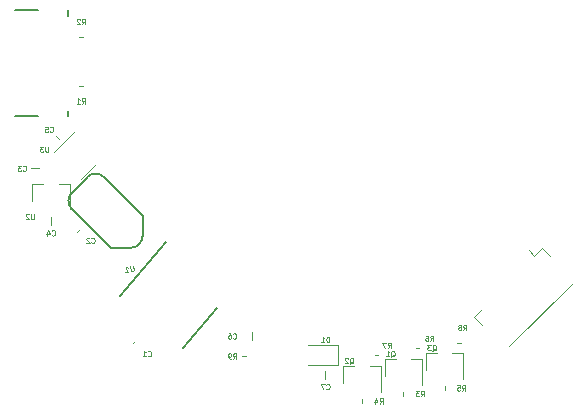
<source format=gbo>
G04 #@! TF.GenerationSoftware,KiCad,Pcbnew,5.1.5+dfsg1-2build2*
G04 #@! TF.CreationDate,2020-08-20T20:04:08+02:00*
G04 #@! TF.ProjectId,lensmount-v1,6c656e73-6d6f-4756-9e74-2d76312e6b69,rev?*
G04 #@! TF.SameCoordinates,Original*
G04 #@! TF.FileFunction,Legend,Bot*
G04 #@! TF.FilePolarity,Positive*
%FSLAX46Y46*%
G04 Gerber Fmt 4.6, Leading zero omitted, Abs format (unit mm)*
G04 Created by KiCad (PCBNEW 5.1.5+dfsg1-2build2) date 2020-08-20 20:04:08*
%MOMM*%
%LPD*%
G04 APERTURE LIST*
%ADD10C,0.120000*%
%ADD11C,0.127000*%
%ADD12C,0.150000*%
%ADD13C,0.100000*%
G04 APERTURE END LIST*
D10*
X74925162Y-107097954D02*
X76657574Y-105365543D01*
X78474838Y-108102046D02*
X77202046Y-109374838D01*
X73066447Y-109810711D02*
X73066447Y-111270711D01*
X76226447Y-109810711D02*
X76226447Y-111970711D01*
X76226447Y-109810711D02*
X75296447Y-109810711D01*
X73066447Y-109810711D02*
X73996447Y-109810711D01*
X91150000Y-124400000D02*
X90850000Y-124400000D01*
X109050000Y-123300000D02*
X109350000Y-123300000D01*
X102050000Y-124300000D02*
X102350000Y-124300000D01*
X105550000Y-123700000D02*
X105850000Y-123700000D01*
X108000000Y-127250000D02*
X108000000Y-126950000D01*
X101000000Y-128350000D02*
X101000000Y-128050000D01*
X104500000Y-127750000D02*
X104500000Y-127450000D01*
X77350000Y-97400000D02*
X77050000Y-97400000D01*
X77050000Y-101500000D02*
X77350000Y-101500000D01*
X106420000Y-124140000D02*
X106420000Y-125600000D01*
X109580000Y-124140000D02*
X109580000Y-126300000D01*
X109580000Y-124140000D02*
X108650000Y-124140000D01*
X106420000Y-124140000D02*
X107350000Y-124140000D01*
X99420000Y-125240000D02*
X99420000Y-126700000D01*
X102580000Y-125240000D02*
X102580000Y-127400000D01*
X102580000Y-125240000D02*
X101650000Y-125240000D01*
X99420000Y-125240000D02*
X100350000Y-125240000D01*
X102920000Y-124640000D02*
X102920000Y-126100000D01*
X106080000Y-124640000D02*
X106080000Y-126800000D01*
X106080000Y-124640000D02*
X105150000Y-124640000D01*
X102920000Y-124640000D02*
X103850000Y-124640000D01*
D11*
X77759048Y-109212009D02*
G75*
G02X79106086Y-109212009I673519J-673519D01*
G01*
X76412008Y-111906086D02*
G75*
G02X76412009Y-110559047I673520J673519D01*
G01*
X77759047Y-109212009D02*
X76412009Y-110559047D01*
X82419800Y-114196051D02*
G75*
G02X81396051Y-115219800I-1023749J0D01*
G01*
X82419800Y-114196051D02*
X82419800Y-112525724D01*
X81396051Y-115219800D02*
X79725724Y-115219800D01*
X79106086Y-109212009D02*
X82419800Y-112525724D01*
X76412009Y-111906086D02*
X79725724Y-115219800D01*
D10*
X118760839Y-118271680D02*
X113471680Y-123560839D01*
X110438192Y-121050610D02*
X111109943Y-120378858D01*
X111109943Y-121722361D02*
X110438192Y-121050610D01*
X115578858Y-115909943D02*
X115090955Y-115422040D01*
X116250610Y-115238192D02*
X115578858Y-115909943D01*
X116922361Y-115909943D02*
X116250610Y-115238192D01*
X99000000Y-123450000D02*
X96450000Y-123450000D01*
X99000000Y-125150000D02*
X96450000Y-125150000D01*
X99000000Y-123450000D02*
X99000000Y-125150000D01*
X97900000Y-126350000D02*
X97900000Y-125650000D01*
X91700000Y-122350000D02*
X91700000Y-123050000D01*
X75093934Y-105793934D02*
X75306066Y-106006066D01*
X74646447Y-112624874D02*
X74646447Y-113324874D01*
X73650000Y-108500000D02*
X72950000Y-108500000D01*
X76893934Y-113856066D02*
X77106066Y-113643934D01*
X81806066Y-123093934D02*
X81593934Y-123306066D01*
D12*
X76100000Y-95600000D02*
X76100000Y-95100000D01*
X76100000Y-104100000D02*
X76100000Y-103600000D01*
X73600000Y-104100000D02*
X71600000Y-104100000D01*
X71600000Y-95100000D02*
X73600000Y-95100000D01*
X84367600Y-114709716D02*
X80526944Y-119286832D01*
X88673056Y-120313168D02*
X85812651Y-123722066D01*
D13*
X74442857Y-106653571D02*
X74442857Y-107017857D01*
X74421428Y-107060714D01*
X74400000Y-107082142D01*
X74357142Y-107103571D01*
X74271428Y-107103571D01*
X74228571Y-107082142D01*
X74207142Y-107060714D01*
X74185714Y-107017857D01*
X74185714Y-106653571D01*
X74014285Y-106653571D02*
X73735714Y-106653571D01*
X73885714Y-106825000D01*
X73821428Y-106825000D01*
X73778571Y-106846428D01*
X73757142Y-106867857D01*
X73735714Y-106910714D01*
X73735714Y-107017857D01*
X73757142Y-107060714D01*
X73778571Y-107082142D01*
X73821428Y-107103571D01*
X73950000Y-107103571D01*
X73992857Y-107082142D01*
X74014285Y-107060714D01*
X73242857Y-112353571D02*
X73242857Y-112717857D01*
X73221428Y-112760714D01*
X73200000Y-112782142D01*
X73157142Y-112803571D01*
X73071428Y-112803571D01*
X73028571Y-112782142D01*
X73007142Y-112760714D01*
X72985714Y-112717857D01*
X72985714Y-112353571D01*
X72792857Y-112396428D02*
X72771428Y-112375000D01*
X72728571Y-112353571D01*
X72621428Y-112353571D01*
X72578571Y-112375000D01*
X72557142Y-112396428D01*
X72535714Y-112439285D01*
X72535714Y-112482142D01*
X72557142Y-112546428D01*
X72814285Y-112803571D01*
X72535714Y-112803571D01*
X90075000Y-124603571D02*
X90225000Y-124389285D01*
X90332142Y-124603571D02*
X90332142Y-124153571D01*
X90160714Y-124153571D01*
X90117857Y-124175000D01*
X90096428Y-124196428D01*
X90075000Y-124239285D01*
X90075000Y-124303571D01*
X90096428Y-124346428D01*
X90117857Y-124367857D01*
X90160714Y-124389285D01*
X90332142Y-124389285D01*
X89860714Y-124603571D02*
X89775000Y-124603571D01*
X89732142Y-124582142D01*
X89710714Y-124560714D01*
X89667857Y-124496428D01*
X89646428Y-124410714D01*
X89646428Y-124239285D01*
X89667857Y-124196428D01*
X89689285Y-124175000D01*
X89732142Y-124153571D01*
X89817857Y-124153571D01*
X89860714Y-124175000D01*
X89882142Y-124196428D01*
X89903571Y-124239285D01*
X89903571Y-124346428D01*
X89882142Y-124389285D01*
X89860714Y-124410714D01*
X89817857Y-124432142D01*
X89732142Y-124432142D01*
X89689285Y-124410714D01*
X89667857Y-124389285D01*
X89646428Y-124346428D01*
X109575000Y-122203571D02*
X109725000Y-121989285D01*
X109832142Y-122203571D02*
X109832142Y-121753571D01*
X109660714Y-121753571D01*
X109617857Y-121775000D01*
X109596428Y-121796428D01*
X109575000Y-121839285D01*
X109575000Y-121903571D01*
X109596428Y-121946428D01*
X109617857Y-121967857D01*
X109660714Y-121989285D01*
X109832142Y-121989285D01*
X109317857Y-121946428D02*
X109360714Y-121925000D01*
X109382142Y-121903571D01*
X109403571Y-121860714D01*
X109403571Y-121839285D01*
X109382142Y-121796428D01*
X109360714Y-121775000D01*
X109317857Y-121753571D01*
X109232142Y-121753571D01*
X109189285Y-121775000D01*
X109167857Y-121796428D01*
X109146428Y-121839285D01*
X109146428Y-121860714D01*
X109167857Y-121903571D01*
X109189285Y-121925000D01*
X109232142Y-121946428D01*
X109317857Y-121946428D01*
X109360714Y-121967857D01*
X109382142Y-121989285D01*
X109403571Y-122032142D01*
X109403571Y-122117857D01*
X109382142Y-122160714D01*
X109360714Y-122182142D01*
X109317857Y-122203571D01*
X109232142Y-122203571D01*
X109189285Y-122182142D01*
X109167857Y-122160714D01*
X109146428Y-122117857D01*
X109146428Y-122032142D01*
X109167857Y-121989285D01*
X109189285Y-121967857D01*
X109232142Y-121946428D01*
X103175000Y-123703571D02*
X103325000Y-123489285D01*
X103432142Y-123703571D02*
X103432142Y-123253571D01*
X103260714Y-123253571D01*
X103217857Y-123275000D01*
X103196428Y-123296428D01*
X103175000Y-123339285D01*
X103175000Y-123403571D01*
X103196428Y-123446428D01*
X103217857Y-123467857D01*
X103260714Y-123489285D01*
X103432142Y-123489285D01*
X103025000Y-123253571D02*
X102725000Y-123253571D01*
X102917857Y-123703571D01*
X106775000Y-123103571D02*
X106925000Y-122889285D01*
X107032142Y-123103571D02*
X107032142Y-122653571D01*
X106860714Y-122653571D01*
X106817857Y-122675000D01*
X106796428Y-122696428D01*
X106775000Y-122739285D01*
X106775000Y-122803571D01*
X106796428Y-122846428D01*
X106817857Y-122867857D01*
X106860714Y-122889285D01*
X107032142Y-122889285D01*
X106389285Y-122653571D02*
X106475000Y-122653571D01*
X106517857Y-122675000D01*
X106539285Y-122696428D01*
X106582142Y-122760714D01*
X106603571Y-122846428D01*
X106603571Y-123017857D01*
X106582142Y-123060714D01*
X106560714Y-123082142D01*
X106517857Y-123103571D01*
X106432142Y-123103571D01*
X106389285Y-123082142D01*
X106367857Y-123060714D01*
X106346428Y-123017857D01*
X106346428Y-122910714D01*
X106367857Y-122867857D01*
X106389285Y-122846428D01*
X106432142Y-122825000D01*
X106517857Y-122825000D01*
X106560714Y-122846428D01*
X106582142Y-122867857D01*
X106603571Y-122910714D01*
X109475000Y-127303571D02*
X109625000Y-127089285D01*
X109732142Y-127303571D02*
X109732142Y-126853571D01*
X109560714Y-126853571D01*
X109517857Y-126875000D01*
X109496428Y-126896428D01*
X109475000Y-126939285D01*
X109475000Y-127003571D01*
X109496428Y-127046428D01*
X109517857Y-127067857D01*
X109560714Y-127089285D01*
X109732142Y-127089285D01*
X109067857Y-126853571D02*
X109282142Y-126853571D01*
X109303571Y-127067857D01*
X109282142Y-127046428D01*
X109239285Y-127025000D01*
X109132142Y-127025000D01*
X109089285Y-127046428D01*
X109067857Y-127067857D01*
X109046428Y-127110714D01*
X109046428Y-127217857D01*
X109067857Y-127260714D01*
X109089285Y-127282142D01*
X109132142Y-127303571D01*
X109239285Y-127303571D01*
X109282142Y-127282142D01*
X109303571Y-127260714D01*
X102475000Y-128403571D02*
X102625000Y-128189285D01*
X102732142Y-128403571D02*
X102732142Y-127953571D01*
X102560714Y-127953571D01*
X102517857Y-127975000D01*
X102496428Y-127996428D01*
X102475000Y-128039285D01*
X102475000Y-128103571D01*
X102496428Y-128146428D01*
X102517857Y-128167857D01*
X102560714Y-128189285D01*
X102732142Y-128189285D01*
X102089285Y-128103571D02*
X102089285Y-128403571D01*
X102196428Y-127932142D02*
X102303571Y-128253571D01*
X102025000Y-128253571D01*
X105975000Y-127803571D02*
X106125000Y-127589285D01*
X106232142Y-127803571D02*
X106232142Y-127353571D01*
X106060714Y-127353571D01*
X106017857Y-127375000D01*
X105996428Y-127396428D01*
X105975000Y-127439285D01*
X105975000Y-127503571D01*
X105996428Y-127546428D01*
X106017857Y-127567857D01*
X106060714Y-127589285D01*
X106232142Y-127589285D01*
X105825000Y-127353571D02*
X105546428Y-127353571D01*
X105696428Y-127525000D01*
X105632142Y-127525000D01*
X105589285Y-127546428D01*
X105567857Y-127567857D01*
X105546428Y-127610714D01*
X105546428Y-127717857D01*
X105567857Y-127760714D01*
X105589285Y-127782142D01*
X105632142Y-127803571D01*
X105760714Y-127803571D01*
X105803571Y-127782142D01*
X105825000Y-127760714D01*
X77275000Y-96303571D02*
X77425000Y-96089285D01*
X77532142Y-96303571D02*
X77532142Y-95853571D01*
X77360714Y-95853571D01*
X77317857Y-95875000D01*
X77296428Y-95896428D01*
X77275000Y-95939285D01*
X77275000Y-96003571D01*
X77296428Y-96046428D01*
X77317857Y-96067857D01*
X77360714Y-96089285D01*
X77532142Y-96089285D01*
X77103571Y-95896428D02*
X77082142Y-95875000D01*
X77039285Y-95853571D01*
X76932142Y-95853571D01*
X76889285Y-95875000D01*
X76867857Y-95896428D01*
X76846428Y-95939285D01*
X76846428Y-95982142D01*
X76867857Y-96046428D01*
X77125000Y-96303571D01*
X76846428Y-96303571D01*
X77275000Y-103003571D02*
X77425000Y-102789285D01*
X77532142Y-103003571D02*
X77532142Y-102553571D01*
X77360714Y-102553571D01*
X77317857Y-102575000D01*
X77296428Y-102596428D01*
X77275000Y-102639285D01*
X77275000Y-102703571D01*
X77296428Y-102746428D01*
X77317857Y-102767857D01*
X77360714Y-102789285D01*
X77532142Y-102789285D01*
X76846428Y-103003571D02*
X77103571Y-103003571D01*
X76975000Y-103003571D02*
X76975000Y-102553571D01*
X77017857Y-102617857D01*
X77060714Y-102660714D01*
X77103571Y-102682142D01*
X106942857Y-123946428D02*
X106985714Y-123925000D01*
X107028571Y-123882142D01*
X107092857Y-123817857D01*
X107135714Y-123796428D01*
X107178571Y-123796428D01*
X107157142Y-123903571D02*
X107200000Y-123882142D01*
X107242857Y-123839285D01*
X107264285Y-123753571D01*
X107264285Y-123603571D01*
X107242857Y-123517857D01*
X107200000Y-123475000D01*
X107157142Y-123453571D01*
X107071428Y-123453571D01*
X107028571Y-123475000D01*
X106985714Y-123517857D01*
X106964285Y-123603571D01*
X106964285Y-123753571D01*
X106985714Y-123839285D01*
X107028571Y-123882142D01*
X107071428Y-123903571D01*
X107157142Y-123903571D01*
X106814285Y-123453571D02*
X106535714Y-123453571D01*
X106685714Y-123625000D01*
X106621428Y-123625000D01*
X106578571Y-123646428D01*
X106557142Y-123667857D01*
X106535714Y-123710714D01*
X106535714Y-123817857D01*
X106557142Y-123860714D01*
X106578571Y-123882142D01*
X106621428Y-123903571D01*
X106750000Y-123903571D01*
X106792857Y-123882142D01*
X106814285Y-123860714D01*
X99942857Y-125046428D02*
X99985714Y-125025000D01*
X100028571Y-124982142D01*
X100092857Y-124917857D01*
X100135714Y-124896428D01*
X100178571Y-124896428D01*
X100157142Y-125003571D02*
X100200000Y-124982142D01*
X100242857Y-124939285D01*
X100264285Y-124853571D01*
X100264285Y-124703571D01*
X100242857Y-124617857D01*
X100200000Y-124575000D01*
X100157142Y-124553571D01*
X100071428Y-124553571D01*
X100028571Y-124575000D01*
X99985714Y-124617857D01*
X99964285Y-124703571D01*
X99964285Y-124853571D01*
X99985714Y-124939285D01*
X100028571Y-124982142D01*
X100071428Y-125003571D01*
X100157142Y-125003571D01*
X99792857Y-124596428D02*
X99771428Y-124575000D01*
X99728571Y-124553571D01*
X99621428Y-124553571D01*
X99578571Y-124575000D01*
X99557142Y-124596428D01*
X99535714Y-124639285D01*
X99535714Y-124682142D01*
X99557142Y-124746428D01*
X99814285Y-125003571D01*
X99535714Y-125003571D01*
X103442857Y-124446428D02*
X103485714Y-124425000D01*
X103528571Y-124382142D01*
X103592857Y-124317857D01*
X103635714Y-124296428D01*
X103678571Y-124296428D01*
X103657142Y-124403571D02*
X103700000Y-124382142D01*
X103742857Y-124339285D01*
X103764285Y-124253571D01*
X103764285Y-124103571D01*
X103742857Y-124017857D01*
X103700000Y-123975000D01*
X103657142Y-123953571D01*
X103571428Y-123953571D01*
X103528571Y-123975000D01*
X103485714Y-124017857D01*
X103464285Y-124103571D01*
X103464285Y-124253571D01*
X103485714Y-124339285D01*
X103528571Y-124382142D01*
X103571428Y-124403571D01*
X103657142Y-124403571D01*
X103035714Y-124403571D02*
X103292857Y-124403571D01*
X103164285Y-124403571D02*
X103164285Y-123953571D01*
X103207142Y-124017857D01*
X103250000Y-124060714D01*
X103292857Y-124082142D01*
X98232142Y-123203571D02*
X98232142Y-122753571D01*
X98125000Y-122753571D01*
X98060714Y-122775000D01*
X98017857Y-122817857D01*
X97996428Y-122860714D01*
X97975000Y-122946428D01*
X97975000Y-123010714D01*
X97996428Y-123096428D01*
X98017857Y-123139285D01*
X98060714Y-123182142D01*
X98125000Y-123203571D01*
X98232142Y-123203571D01*
X97546428Y-123203571D02*
X97803571Y-123203571D01*
X97675000Y-123203571D02*
X97675000Y-122753571D01*
X97717857Y-122817857D01*
X97760714Y-122860714D01*
X97803571Y-122882142D01*
X97975000Y-127160714D02*
X97996428Y-127182142D01*
X98060714Y-127203571D01*
X98103571Y-127203571D01*
X98167857Y-127182142D01*
X98210714Y-127139285D01*
X98232142Y-127096428D01*
X98253571Y-127010714D01*
X98253571Y-126946428D01*
X98232142Y-126860714D01*
X98210714Y-126817857D01*
X98167857Y-126775000D01*
X98103571Y-126753571D01*
X98060714Y-126753571D01*
X97996428Y-126775000D01*
X97975000Y-126796428D01*
X97825000Y-126753571D02*
X97525000Y-126753571D01*
X97717857Y-127203571D01*
X90075000Y-122860714D02*
X90096428Y-122882142D01*
X90160714Y-122903571D01*
X90203571Y-122903571D01*
X90267857Y-122882142D01*
X90310714Y-122839285D01*
X90332142Y-122796428D01*
X90353571Y-122710714D01*
X90353571Y-122646428D01*
X90332142Y-122560714D01*
X90310714Y-122517857D01*
X90267857Y-122475000D01*
X90203571Y-122453571D01*
X90160714Y-122453571D01*
X90096428Y-122475000D01*
X90075000Y-122496428D01*
X89689285Y-122453571D02*
X89775000Y-122453571D01*
X89817857Y-122475000D01*
X89839285Y-122496428D01*
X89882142Y-122560714D01*
X89903571Y-122646428D01*
X89903571Y-122817857D01*
X89882142Y-122860714D01*
X89860714Y-122882142D01*
X89817857Y-122903571D01*
X89732142Y-122903571D01*
X89689285Y-122882142D01*
X89667857Y-122860714D01*
X89646428Y-122817857D01*
X89646428Y-122710714D01*
X89667857Y-122667857D01*
X89689285Y-122646428D01*
X89732142Y-122625000D01*
X89817857Y-122625000D01*
X89860714Y-122646428D01*
X89882142Y-122667857D01*
X89903571Y-122710714D01*
X74575000Y-105360714D02*
X74596428Y-105382142D01*
X74660714Y-105403571D01*
X74703571Y-105403571D01*
X74767857Y-105382142D01*
X74810714Y-105339285D01*
X74832142Y-105296428D01*
X74853571Y-105210714D01*
X74853571Y-105146428D01*
X74832142Y-105060714D01*
X74810714Y-105017857D01*
X74767857Y-104975000D01*
X74703571Y-104953571D01*
X74660714Y-104953571D01*
X74596428Y-104975000D01*
X74575000Y-104996428D01*
X74167857Y-104953571D02*
X74382142Y-104953571D01*
X74403571Y-105167857D01*
X74382142Y-105146428D01*
X74339285Y-105125000D01*
X74232142Y-105125000D01*
X74189285Y-105146428D01*
X74167857Y-105167857D01*
X74146428Y-105210714D01*
X74146428Y-105317857D01*
X74167857Y-105360714D01*
X74189285Y-105382142D01*
X74232142Y-105403571D01*
X74339285Y-105403571D01*
X74382142Y-105382142D01*
X74403571Y-105360714D01*
X74721447Y-114135588D02*
X74742875Y-114157016D01*
X74807161Y-114178445D01*
X74850018Y-114178445D01*
X74914304Y-114157016D01*
X74957161Y-114114159D01*
X74978589Y-114071302D01*
X75000018Y-113985588D01*
X75000018Y-113921302D01*
X74978589Y-113835588D01*
X74957161Y-113792731D01*
X74914304Y-113749874D01*
X74850018Y-113728445D01*
X74807161Y-113728445D01*
X74742875Y-113749874D01*
X74721447Y-113771302D01*
X74335732Y-113878445D02*
X74335732Y-114178445D01*
X74442875Y-113707016D02*
X74550018Y-114028445D01*
X74271447Y-114028445D01*
X72275000Y-108660714D02*
X72296428Y-108682142D01*
X72360714Y-108703571D01*
X72403571Y-108703571D01*
X72467857Y-108682142D01*
X72510714Y-108639285D01*
X72532142Y-108596428D01*
X72553571Y-108510714D01*
X72553571Y-108446428D01*
X72532142Y-108360714D01*
X72510714Y-108317857D01*
X72467857Y-108275000D01*
X72403571Y-108253571D01*
X72360714Y-108253571D01*
X72296428Y-108275000D01*
X72275000Y-108296428D01*
X72125000Y-108253571D02*
X71846428Y-108253571D01*
X71996428Y-108425000D01*
X71932142Y-108425000D01*
X71889285Y-108446428D01*
X71867857Y-108467857D01*
X71846428Y-108510714D01*
X71846428Y-108617857D01*
X71867857Y-108660714D01*
X71889285Y-108682142D01*
X71932142Y-108703571D01*
X72060714Y-108703571D01*
X72103571Y-108682142D01*
X72125000Y-108660714D01*
X78075000Y-114760714D02*
X78096428Y-114782142D01*
X78160714Y-114803571D01*
X78203571Y-114803571D01*
X78267857Y-114782142D01*
X78310714Y-114739285D01*
X78332142Y-114696428D01*
X78353571Y-114610714D01*
X78353571Y-114546428D01*
X78332142Y-114460714D01*
X78310714Y-114417857D01*
X78267857Y-114375000D01*
X78203571Y-114353571D01*
X78160714Y-114353571D01*
X78096428Y-114375000D01*
X78075000Y-114396428D01*
X77903571Y-114396428D02*
X77882142Y-114375000D01*
X77839285Y-114353571D01*
X77732142Y-114353571D01*
X77689285Y-114375000D01*
X77667857Y-114396428D01*
X77646428Y-114439285D01*
X77646428Y-114482142D01*
X77667857Y-114546428D01*
X77925000Y-114803571D01*
X77646428Y-114803571D01*
X82875000Y-124360714D02*
X82896428Y-124382142D01*
X82960714Y-124403571D01*
X83003571Y-124403571D01*
X83067857Y-124382142D01*
X83110714Y-124339285D01*
X83132142Y-124296428D01*
X83153571Y-124210714D01*
X83153571Y-124146428D01*
X83132142Y-124060714D01*
X83110714Y-124017857D01*
X83067857Y-123975000D01*
X83003571Y-123953571D01*
X82960714Y-123953571D01*
X82896428Y-123975000D01*
X82875000Y-123996428D01*
X82446428Y-124403571D02*
X82703571Y-124403571D01*
X82575000Y-124403571D02*
X82575000Y-123953571D01*
X82617857Y-124017857D01*
X82660714Y-124060714D01*
X82703571Y-124082142D01*
X81620074Y-116760640D02*
X81651824Y-117123539D01*
X81634212Y-117168101D01*
X81614733Y-117191316D01*
X81573906Y-117216398D01*
X81488518Y-117223868D01*
X81443956Y-117206257D01*
X81420742Y-117186777D01*
X81395660Y-117145951D01*
X81363910Y-116783051D01*
X80954842Y-117270559D02*
X81211007Y-117248147D01*
X81082925Y-117259353D02*
X81043705Y-116811066D01*
X81092001Y-116871371D01*
X81138431Y-116910330D01*
X81182992Y-116927942D01*
M02*

</source>
